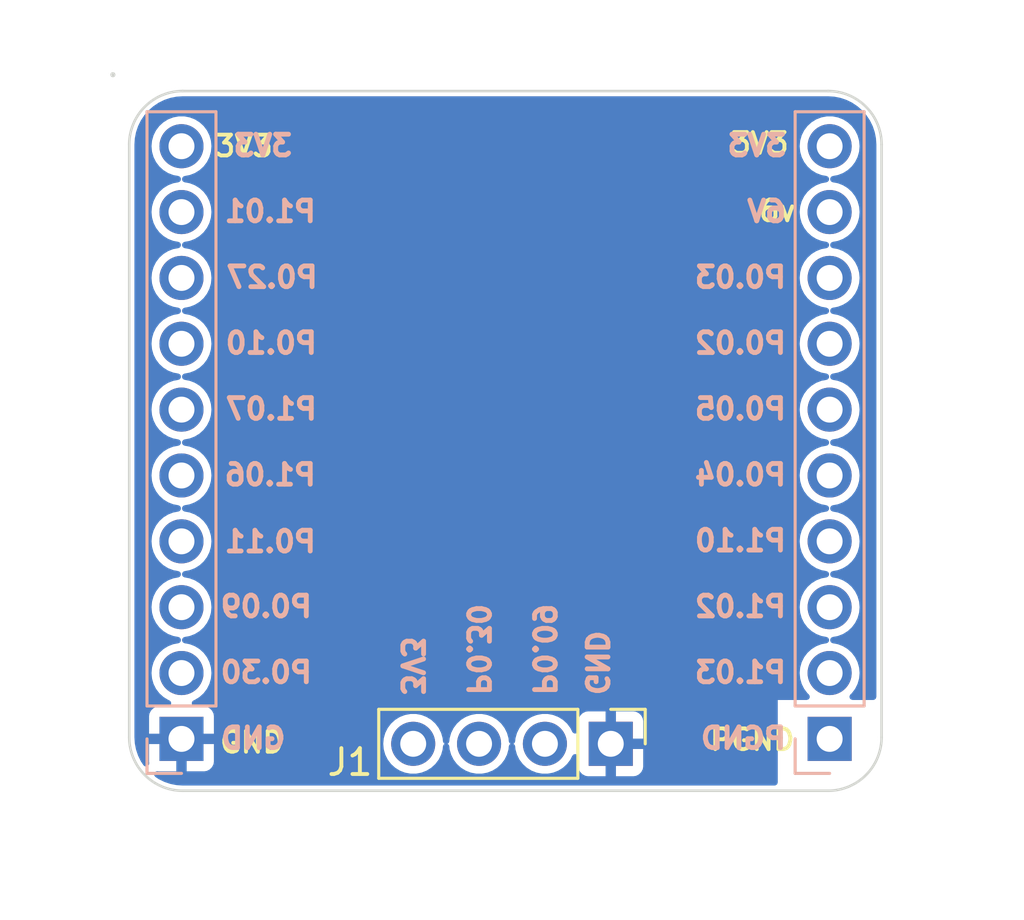
<source format=kicad_pcb>
(kicad_pcb (version 20221018) (generator pcbnew)
  (title_block (title "DotBot Shield Template") (date "2023-12-13") (rev "0.1.0") (company "Inria"))
  (layers (0 "F.Cu" signal) (1 "In1.Cu" signal) (2 "In2.Cu" signal) (31 "B.Cu" power) (34 "B.Paste" user) (35 "F.Paste" user) (36 "B.SilkS" user "B.Silkscreen") (37 "F.SilkS" user "F.Silkscreen") (38 "B.Mask" user) (39 "F.Mask" user) (44 "Edge.Cuts" user))
  (net 0 "")
  (net 1 "GND")
  (net 2 "+3V3")
  (net 7 "SCL")
  (net 8 "SDA")
  (net 14 "+6V")
  (footprint "Connector_PinHeader_2.54mm:PinHeader_1x04_P2.54mm_Vertical" (layer "F.Cu") (at 146.558 123.19 -90)
    (fp_text reference "J1" (at 0.71 10.058 -180) (layer "F.SilkS"))
    (fp_text value "Bottom Header")
    (fp_line (start -1.33 -1.33) (end 0 -1.33) (stroke (width 0.12)) (layer "F.SilkS"))
    (fp_line (start -1.33 0) (end -1.33 -1.33) (stroke (width 0.12)) (layer "F.SilkS"))
    (fp_line (start -1.33 1.27) (end -1.33 8.95) (stroke (width 0.12)) (layer "F.SilkS"))
    (fp_line (start -1.33 1.27) (end 1.33 1.27) (stroke (width 0.12)) (layer "F.SilkS"))
    (fp_line (start -1.33 8.95) (end 1.33 8.95) (stroke (width 0.12)) (layer "F.SilkS"))
    (fp_line (start 1.33 1.27) (end 1.33 8.95) (stroke (width 0.12)) (layer "F.SilkS"))
    (pad "1" thru_hole rect (at 0 0 270) (size 1.7 1.7) (drill 1) (layers "*.Cu" "*.Mask") (net 1 "GND"))
    (pad "2" thru_hole oval (at 0 2.54 270) (size 1.7 1.7) (drill 1) (layers "*.Cu" "*.Mask"))
    (pad "3" thru_hole oval (at 0 5.08 270) (size 1.7 1.7) (drill 1) (layers "*.Cu" "*.Mask"))
    (pad "4" thru_hole oval (at 0 7.62 270) (size 1.7 1.7) (drill 1) (layers "*.Cu" "*.Mask") (net 2 "+3V3"))
  )
  (footprint "Connector_PinHeader_2.54mm:PinHeader_1x10_P2.54mm_Vertical" (layer "B.Cu") (at 155 123)
    (fp_text reference "J3" hide)
    (fp_text value "Right Header")
    (fp_line (start -1.33 -24.19) (end 1.33 -24.19) (stroke (width 0.12)) (layer "B.SilkS"))
    (fp_line (start -1.33 -1.27) (end -1.33 -24.19) (stroke (width 0.12)) (layer "B.SilkS"))
    (fp_line (start -1.33 -1.27) (end 1.33 -1.27) (stroke (width 0.12)) (layer "B.SilkS"))
    (fp_line (start -1.33 0) (end -1.33 1.33) (stroke (width 0.12)) (layer "B.SilkS"))
    (fp_line (start -1.33 1.33) (end 0 1.33) (stroke (width 0.12)) (layer "B.SilkS"))
    (fp_line (start 1.33 -1.27) (end 1.33 -24.19) (stroke (width 0.12)) (layer "B.SilkS"))
    (pad "1" thru_hole rect (at 0 0) (size 1.7 1.7) (drill 1) (layers "*.Cu" "*.Mask") (net 1 "GND"))
    (pad "2" thru_hole oval (at 0 -2.54) (size 1.7 1.7) (drill 1) (layers "*.Cu" "*.Mask"))
    (pad "3" thru_hole oval (at 0 -5.08) (size 1.7 1.7) (drill 1) (layers "*.Cu" "*.Mask"))
    (pad "4" thru_hole oval (at 0 -7.62) (size 1.7 1.7) (drill 1) (layers "*.Cu" "*.Mask"))
    (pad "5" thru_hole oval (at 0 -10.16) (size 1.7 1.7) (drill 1) (layers "*.Cu" "*.Mask"))
    (pad "6" thru_hole oval (at 0 -12.7) (size 1.7 1.7) (drill 1) (layers "*.Cu" "*.Mask"))
    (pad "7" thru_hole oval (at 0 -15.24) (size 1.7 1.7) (drill 1) (layers "*.Cu" "*.Mask") (net 7 "SCL"))
    (pad "8" thru_hole oval (at 0 -17.78) (size 1.7 1.7) (drill 1) (layers "*.Cu" "*.Mask") (net 8 "SDA"))
    (pad "9" thru_hole oval (at 0 -20.32) (size 1.7 1.7) (drill 1) (layers "*.Cu" "*.Mask") (net 14 "+6V"))
    (pad "10" thru_hole oval (at 0 -22.86) (size 1.7 1.7) (drill 1) (layers "*.Cu" "*.Mask") (net 2 "+3V3"))
  )
  (footprint "Connector_PinHeader_2.54mm:PinHeader_1x10_P2.54mm_Vertical" (layer "B.Cu") (at 130 123)
    (fp_text reference "J2" hide)
    (fp_text value "Left Header")
    (fp_line (start -1.33 -24.19) (end 1.33 -24.19) (stroke (width 0.12)) (layer "B.SilkS"))
    (fp_line (start -1.33 -1.27) (end -1.33 -24.19) (stroke (width 0.12)) (layer "B.SilkS"))
    (fp_line (start -1.33 -1.27) (end 1.33 -1.27) (stroke (width 0.12)) (layer "B.SilkS"))
    (fp_line (start -1.33 0) (end -1.33 1.33) (stroke (width 0.12)) (layer "B.SilkS"))
    (fp_line (start -1.33 1.33) (end 0 1.33) (stroke (width 0.12)) (layer "B.SilkS"))
    (fp_line (start 1.33 -1.27) (end 1.33 -24.19) (stroke (width 0.12)) (layer "B.SilkS"))
    (pad "1" thru_hole rect (at 0 0) (size 1.7 1.7) (drill 1) (layers "*.Cu" "*.Mask") (net 1 "GND"))
    (pad "2" thru_hole oval (at 0 -2.54) (size 1.7 1.7) (drill 1) (layers "*.Cu" "*.Mask"))
    (pad "3" thru_hole oval (at 0 -5.08) (size 1.7 1.7) (drill 1) (layers "*.Cu" "*.Mask"))
    (pad "4" thru_hole oval (at 0 -7.62) (size 1.7 1.7) (drill 1) (layers "*.Cu" "*.Mask"))
    (pad "5" thru_hole oval (at 0 -10.16) (size 1.7 1.7) (drill 1) (layers "*.Cu" "*.Mask"))
    (pad "6" thru_hole oval (at 0 -12.7) (size 1.7 1.7) (drill 1) (layers "*.Cu" "*.Mask"))
    (pad "7" thru_hole oval (at 0 -15.24) (size 1.7 1.7) (drill 1) (layers "*.Cu" "*.Mask"))
    (pad "8" thru_hole oval (at 0 -17.78) (size 1.7 1.7) (drill 1) (layers "*.Cu" "*.Mask"))
    (pad "9" thru_hole oval (at 0 -20.32) (size 1.7 1.7) (drill 1) (layers "*.Cu" "*.Mask"))
    (pad "10" thru_hole oval (at 0 -22.86) (size 1.7 1.7) (drill 1) (layers "*.Cu" "*.Mask") (net 2 "+3V3"))
  )
  (gr_line (start 127.984 122.936) (end 127.984 100.076) (stroke (width 0.1)) (layer "Edge.Cuts"))
  (gr_arc (start 127.984 100.076) (mid 128.588532 98.616532) (end 130.048 98.012) (stroke (width 0.1)) (layer "Edge.Cuts"))
  (gr_arc (start 127.353923 97.381923) (mid 127.353923 97.381923) (end 127.353923 97.381923) (stroke (width 0.1)) (layer "Edge.Cuts"))
  (gr_arc (start 130.048 125) (mid 128.588532 124.395468) (end 127.984 122.936) (stroke (width 0.1)) (layer "Edge.Cuts"))
  (gr_arc (start 157.004 122.936) (mid 156.399468 124.395468) (end 154.94 125) (stroke (width 0.1)) (layer "Edge.Cuts"))
  (gr_line (start 157.004 122.936) (end 157.004 100.076) (stroke (width 0.1)) (layer "Edge.Cuts"))
  (gr_line (start 154.94 98.012) (end 130.048 98.012) (stroke (width 0.1)) (layer "Edge.Cuts"))
  (gr_arc (start 154.94 98.012) (mid 156.399468 98.616532) (end 157.004 100.076) (stroke (width 0.1)) (layer "Edge.Cuts"))
  (gr_line (start 130.048 125) (end 154.94 125) (stroke (width 0.1)) (layer "Edge.Cuts"))
  (gr_text "P0.30" (at 140.97 121.412 270) (layer "B.SilkS") (effects (font (size 0.8 0.8) (thickness 0.1875)) (justify left bottom mirror)))
  (gr_text "P1.01" (at 135.28 103.124) (layer "B.SilkS") (effects (font (size 0.8 0.8) (thickness 0.1875)) (justify left bottom mirror)))
  (gr_text "P1.07" (at 135.32 110.744) (layer "B.SilkS") (effects (font (size 0.8 0.8) (thickness 0.1875)) (justify left bottom mirror)))
  (gr_text "P1.06" (at 135.28 113.284) (layer "B.SilkS") (effects (font (size 0.8 0.8) (thickness 0.1875)) (justify left bottom mirror)))
  (gr_text "P1.03" (at 153.416 120.904) (layer "B.SilkS") (effects (font (size 0.8 0.8) (thickness 0.1875)) (justify left bottom mirror)))
  (gr_text "P0.30" (at 135.128 120.904) (layer "B.SilkS") (effects (font (size 0.8 0.8) (thickness 0.1875)) (justify left bottom mirror)))
  (gr_text "P0.11" (at 135.28 115.86) (layer "B.SilkS") (effects (font (size 0.8 0.8) (thickness 0.1875)) (justify left bottom mirror)))
  (gr_text "P0.09" (at 135.128 118.364) (layer "B.SilkS") (effects (font (size 0.8 0.8) (thickness 0.1875)) (justify left bottom mirror)))
  (gr_text "GND" (at 145.542 121.412 270) (layer "B.SilkS") (effects (font (size 0.8 0.8) (thickness 0.1875)) (justify left bottom mirror)))
  (gr_text "P0.05" (at 153.416 110.744) (layer "B.SilkS") (effects (font (size 0.8 0.8) (thickness 0.1875)) (justify left bottom mirror)))
  (gr_text "3V3" (at 153.416 100.584) (layer "B.SilkS") (effects (font (size 0.8 0.8) (thickness 0.1875)) (justify left bottom mirror)))
  (gr_text "PGND" (at 153.416 123.444) (layer "B.SilkS") (effects (font (size 0.8 0.8) (thickness 0.1875)) (justify left bottom mirror)))
  (gr_text "3V3" (at 134.366 100.584) (layer "B.SilkS") (effects (font (size 0.8 0.8) (thickness 0.1875)) (justify left bottom mirror)))
  (gr_text "P0.02" (at 153.416 108.204) (layer "B.SilkS") (effects (font (size 0.8 0.8) (thickness 0.1875)) (justify left bottom mirror)))
  (gr_text "GND" (at 134.112 123.444) (layer "B.SilkS") (effects (font (size 0.8 0.8) (thickness 0.1875)) (justify left bottom mirror)))
  (gr_text "P0.04" (at 153.416 113.284) (layer "B.SilkS") (effects (font (size 0.8 0.8) (thickness 0.1875)) (justify left bottom mirror)))
  (gr_text "P1.10" (at 153.416 115.824) (layer "B.SilkS") (effects (font (size 0.8 0.8) (thickness 0.1875)) (justify left bottom mirror)))
  (gr_text "P0.27" (at 135.35 105.664) (layer "B.SilkS") (effects (font (size 0.8 0.8) (thickness 0.1875)) (justify left bottom mirror)))
  (gr_text "P1.02" (at 153.416 118.364) (layer "B.SilkS") (effects (font (size 0.8 0.8) (thickness 0.1875)) (justify left bottom mirror)))
  (gr_text "P0.10" (at 135.32 108.204) (layer "B.SilkS") (effects (font (size 0.8 0.8) (thickness 0.1875)) (justify left bottom mirror)))
  (gr_text "P0.09" (at 143.51 121.412 270) (layer "B.SilkS") (effects (font (size 0.8 0.8) (thickness 0.1875)) (justify left bottom mirror)))
  (gr_text "6V" (at 153.416 103.124) (layer "B.SilkS") (effects (font (size 0.8 0.8) (thickness 0.1875)) (justify left bottom mirror)))
  (gr_text "3V3" (at 138.43 121.412 270) (layer "B.SilkS") (effects (font (size 0.8 0.8) (thickness 0.1875)) (justify left bottom mirror)))
  (gr_text "P0.03" (at 153.416 105.664) (layer "B.SilkS") (effects (font (size 0.8 0.8) (thickness 0.1875)) (justify left bottom mirror)))
  (gr_text "3V3" (at 151.1 100.5) (layer "F.SilkS") (effects (font (size 0.8 0.8)) (justify left bottom)))
  (gr_text "6v" (at 152.2 103.1) (layer "F.SilkS") (effects (font (size 0.8 0.8)) (justify left bottom)))
  (gr_text "3V3" (at 131.2 100.6) (layer "F.SilkS") (effects (font (size 0.8 0.8)) (justify left bottom)))
  (gr_text "GND" (at 131.4 123.6) (layer "F.SilkS") (effects (font (size 0.8 0.8)) (justify left bottom)))
  (gr_text "PGND" (at 150.3 123.5) (layer "F.SilkS") (effects (font (size 0.8 0.8)) (justify left bottom)))
  (zone (net 0) (net_name "") (layers "F.Cu" "In1.Cu" "In2.Cu" "B.Cu") (connect_pads (clearance 0)) (min_thickness 0.25)
    (keepout (tracks allowed) (vias allowed) (pads allowed) (copperpour not_allowed) (footprints allowed))
    (fill (thermal_gap 0.5) (thermal_bridge_width 0.5))
    (polygon (pts (xy 157.5 121.5) (xy 153 121.5) (xy 153 125.5) (xy 157.5 125.5)))
  )
  (zone (net 1) (net_name "GND") (layers "In1.Cu" "B.Cu") (connect_pads thru_hole_only (clearance 0.3)) (min_thickness 0.25) (fill yes (thermal_gap 0.4) (thermal_bridge_width 0.4))
    (polygon (pts (xy 123 94.5) (xy 162.5 94.5) (xy 162.5 130) (xy 123 130)))
  )
)
</source>
